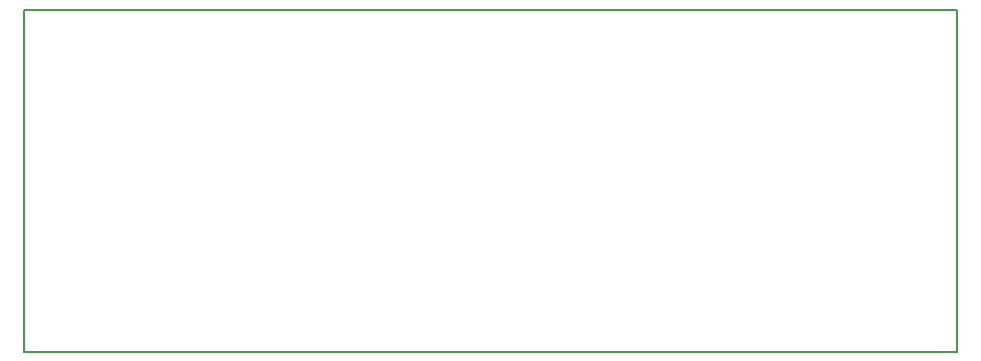
<source format=gbr>
G04 #@! TF.FileFunction,Profile,NP*
%FSLAX46Y46*%
G04 Gerber Fmt 4.6, Leading zero omitted, Abs format (unit mm)*
G04 Created by KiCad (PCBNEW 4.0.4+e1-6308~48~ubuntu14.04.1-stable) date Sun Nov 27 15:19:37 2016*
%MOMM*%
%LPD*%
G01*
G04 APERTURE LIST*
%ADD10C,0.100000*%
%ADD11C,0.150000*%
G04 APERTURE END LIST*
D10*
D11*
X185547000Y-89662000D02*
X106553000Y-89662000D01*
X185547000Y-118618000D02*
X185547000Y-89662000D01*
X106553000Y-118618000D02*
X185547000Y-118618000D01*
X106553000Y-89662000D02*
X106553000Y-118618000D01*
M02*

</source>
